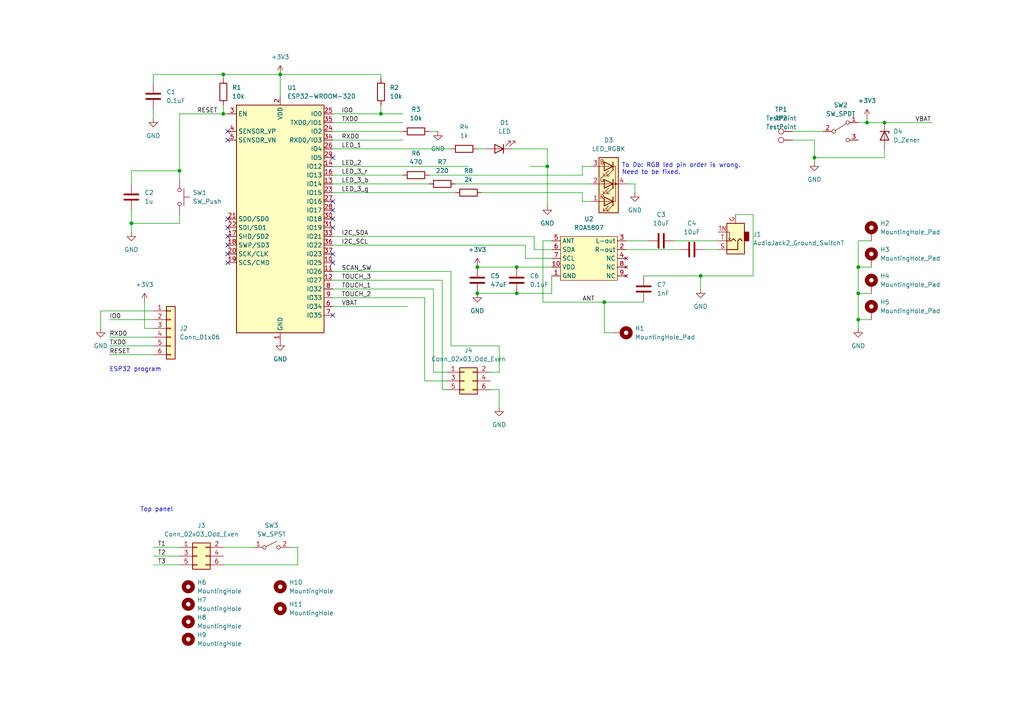
<source format=kicad_sch>
(kicad_sch (version 20211123) (generator eeschema)
  (paper "A4")
  (title_block (title "FM radio for GARAGE SAILING") (date "2022-11-26") (rev "v1.0.0"))
  (lib_symbols
    (symbol "Connector:AudioJack2_Ground_SwitchT"
      (property "Reference" "J" (at 0 8.89 0))
      (property "Value" "AudioJack2_Ground_SwitchT" (at 0 6.35 0))
      (symbol "AudioJack2_Ground_SwitchT_0_1"
        (rectangle (start -2.54 0) (end -3.81 -2.54) (stroke (width 0.254)) (fill (type outline)))
        (polyline (pts (xy 1.778 -0.254) (xy 2.032 -0.762)))
        (polyline (pts (xy 0 0) (xy 0.635 -0.635) (xy 1.27 0) (xy 2.54 0)) (stroke (width 0.254)))
        (polyline (pts (xy 2.54 -2.54) (xy 1.778 -2.54) (xy 1.778 -0.254) (xy 1.524 -0.762)))
        (polyline (pts (xy 2.54 2.54) (xy -0.635 2.54) (xy -0.635 0) (xy -1.27 -0.635) (xy -1.905 0)) (stroke (width 0.254)))
        (rectangle (start 2.54 3.81) (end -2.54 -5.08) (stroke (width 0.254)) (fill (type background)))
      )
      (symbol "AudioJack2_Ground_SwitchT_1_1"
        (pin passive line (at 0 -7.62 90) (length 2.54) (name "~") (number "G"))
        (pin passive line (at 5.08 2.54 180) (length 2.54) (name "~") (number "S"))
        (pin passive line (at 5.08 0 180) (length 2.54) (name "~") (number "T"))
        (pin passive line (at 5.08 -2.54 180) (length 2.54) (name "~") (number "TN"))
      )
    )
    (symbol "Connector:TestPoint" (pin_numbers hide) (pin_names (offset 0.762) hide)
      (property "Reference" "TP" (at 0 6.858 0))
      (property "Value" "TestPoint" (at 0 5.08 0))
      (symbol "TestPoint_0_1"
        (circle (center 0 3.302) (radius 0.762))
      )
      (symbol "TestPoint_1_1"
        (pin passive line (at 0 0 90) (length 2.54) (name "1") (number "1"))
      )
    )
    (symbol "Connector_Generic:Conn_01x06" (pin_names (offset 1.016) hide)
      (property "Reference" "J" (at 0 7.62 0))
      (property "Value" "Conn_01x06" (at 0 -10.16 0))
      (symbol "Conn_01x06_1_1"
        (rectangle (start -1.27 -7.493) (end 0 -7.747) (stroke (width 0.1524)))
        (rectangle (start -1.27 -4.953) (end 0 -5.207) (stroke (width 0.1524)))
        (rectangle (start -1.27 -2.413) (end 0 -2.667) (stroke (width 0.1524)))
        (rectangle (start -1.27 0.127) (end 0 -0.127) (stroke (width 0.1524)))
        (rectangle (start -1.27 2.667) (end 0 2.413) (stroke (width 0.1524)))
        (rectangle (start -1.27 5.207) (end 0 4.953) (stroke (width 0.1524)))
        (rectangle (start -1.27 6.35) (end 1.27 -8.89) (stroke (width 0.254)) (fill (type background)))
        (pin passive line (at -5.08 5.08 0) (length 3.81) (name "Pin_1") (number "1"))
        (pin passive line (at -5.08 2.54 0) (length 3.81) (name "Pin_2") (number "2"))
        (pin passive line (at -5.08 0 0) (length 3.81) (name "Pin_3") (number "3"))
        (pin passive line (at -5.08 -2.54 0) (length 3.81) (name "Pin_4") (number "4"))
        (pin passive line (at -5.08 -5.08 0) (length 3.81) (name "Pin_5") (number "5"))
        (pin passive line (at -5.08 -7.62 0) (length 3.81) (name "Pin_6") (number "6"))
      )
    )
    (symbol "Connector_Generic:Conn_02x03_Odd_Even" (pin_names (offset 1.016) hide)
      (property "Reference" "J" (at 1.27 5.08 0))
      (property "Value" "Conn_02x03_Odd_Even" (at 1.27 -5.08 0))
      (symbol "Conn_02x03_Odd_Even_1_1"
        (rectangle (start -1.27 -2.413) (end 0 -2.667) (stroke (width 0.1524)))
        (rectangle (start -1.27 0.127) (end 0 -0.127) (stroke (width 0.1524)))
        (rectangle (start -1.27 2.667) (end 0 2.413) (stroke (width 0.1524)))
        (rectangle (start -1.27 3.81) (end 3.81 -3.81) (stroke (width 0.254)) (fill (type background)))
        (rectangle (start 3.81 -2.413) (end 2.54 -2.667) (stroke (width 0.1524)))
        (rectangle (start 3.81 0.127) (end 2.54 -0.127) (stroke (width 0.1524)))
        (rectangle (start 3.81 2.667) (end 2.54 2.413) (stroke (width 0.1524)))
        (pin passive line (at -5.08 2.54 0) (length 3.81) (name "Pin_1") (number "1"))
        (pin passive line (at 7.62 2.54 180) (length 3.81) (name "Pin_2") (number "2"))
        (pin passive line (at -5.08 0 0) (length 3.81) (name "Pin_3") (number "3"))
        (pin passive line (at 7.62 0 180) (length 3.81) (name "Pin_4") (number "4"))
        (pin passive line (at -5.08 -2.54 0) (length 3.81) (name "Pin_5") (number "5"))
        (pin passive line (at 7.62 -2.54 180) (length 3.81) (name "Pin_6") (number "6"))
      )
    )
    (symbol "Device:C" (pin_numbers hide) (pin_names (offset 0.254))
      (property "Reference" "C" (at 0.635 2.54 0))
      (property "Value" "C" (at 0.635 -2.54 0))
      (symbol "C_0_1"
        (polyline (pts (xy -2.032 -0.762) (xy 2.032 -0.762)) (stroke (width 0.508)))
        (polyline (pts (xy -2.032 0.762) (xy 2.032 0.762)) (stroke (width 0.508)))
      )
      (symbol "C_1_1"
        (pin passive line (at 0 3.81 270) (length 2.794) (name "~") (number "1"))
        (pin passive line (at 0 -3.81 90) (length 2.794) (name "~") (number "2"))
      )
    )
    (symbol "Device:D_Zener" (pin_numbers hide) (pin_names (offset 1.016) hide)
      (property "Reference" "D" (at 0 2.54 0))
      (property "Value" "D_Zener" (at 0 -2.54 0))
      (symbol "D_Zener_0_1"
        (polyline (pts (xy 1.27 0) (xy -1.27 0)))
        (polyline (pts (xy -1.27 -1.27) (xy -1.27 1.27) (xy -0.762 1.27)) (stroke (width 0.254)))
        (polyline (pts (xy 1.27 -1.27) (xy 1.27 1.27) (xy -1.27 0) (xy 1.27 -1.27)) (stroke (width 0.254)))
      )
      (symbol "D_Zener_1_1"
        (pin passive line (at -3.81 0 0) (length 2.54) (name "K") (number "1"))
        (pin passive line (at 3.81 0 180) (length 2.54) (name "A") (number "2"))
      )
    )
    (symbol "Device:LED" (pin_numbers hide) (pin_names (offset 1.016) hide)
      (property "Reference" "D" (at 0 2.54 0))
      (property "Value" "LED" (at 0 -2.54 0))
      (symbol "LED_0_1"
        (polyline (pts (xy -1.27 -1.27) (xy -1.27 1.27)) (stroke (width 0.254)))
        (polyline (pts (xy -1.27 0) (xy 1.27 0)))
        (polyline (pts (xy 1.27 -1.27) (xy 1.27 1.27) (xy -1.27 0) (xy 1.27 -1.27)) (stroke (width 0.254)))
        (polyline (pts (xy -3.048 -0.762) (xy -4.572 -2.286) (xy -3.81 -2.286) (xy -4.572 -2.286) (xy -4.572 -1.524)))
        (polyline (pts (xy -1.778 -0.762) (xy -3.302 -2.286) (xy -2.54 -2.286) (xy -3.302 -2.286) (xy -3.302 -1.524)))
      )
      (symbol "LED_1_1"
        (pin passive line (at -3.81 0 0) (length 2.54) (name "K") (number "1"))
        (pin passive line (at 3.81 0 180) (length 2.54) (name "A") (number "2"))
      )
    )
    (symbol "Device:LED_RGBK" (pin_names (offset 0) hide)
      (property "Reference" "D" (at 0 9.398 0))
      (property "Value" "LED_RGBK" (at 0 -8.89 0))
      (symbol "LED_RGBK_0_0"
        (text "B" (at 1.905 -6.35 0) (effects (font (size 1.27 1.27))))
        (text "G" (at 1.905 -1.27 0) (effects (font (size 1.27 1.27))))
        (text "R" (at 1.905 3.81 0) (effects (font (size 1.27 1.27))))
      )
      (symbol "LED_RGBK_0_1"
        (circle (center -2.032 0) (radius 0.254) (fill (type outline)))
        (polyline (pts (xy -1.27 -5.08) (xy 1.27 -5.08)))
        (polyline (pts (xy -1.27 -3.81) (xy -1.27 -6.35)) (stroke (width 0.254)))
        (polyline (pts (xy -1.27 0) (xy -2.54 0)))
        (polyline (pts (xy -1.27 1.27) (xy -1.27 -1.27)) (stroke (width 0.254)))
        (polyline (pts (xy -1.27 5.08) (xy 1.27 5.08)))
        (polyline (pts (xy -1.27 6.35) (xy -1.27 3.81)) (stroke (width 0.254)))
        (polyline (pts (xy 1.27 -5.08) (xy 2.54 -5.08)))
        (polyline (pts (xy 1.27 0) (xy -1.27 0)))
        (polyline (pts (xy 1.27 0) (xy 2.54 0)))
        (polyline (pts (xy 1.27 5.08) (xy 2.54 5.08)))
        (polyline (pts (xy -1.27 1.27) (xy -1.27 -1.27) (xy -1.27 -1.27)))
        (polyline (pts (xy -1.27 6.35) (xy -1.27 3.81) (xy -1.27 3.81)))
        (polyline (pts (xy -1.27 5.08) (xy -2.032 5.08) (xy -2.032 -5.08) (xy -1.016 -5.08)))
        (polyline (pts (xy 1.27 -3.81) (xy 1.27 -6.35) (xy -1.27 -5.08) (xy 1.27 -3.81)) (stroke (width 0.254)))
        (polyline (pts (xy 1.27 1.27) (xy 1.27 -1.27) (xy -1.27 0) (xy 1.27 1.27)) (stroke (width 0.254)))
        (polyline (pts (xy 1.27 6.35) (xy 1.27 3.81) (xy -1.27 5.08) (xy 1.27 6.35)) (stroke (width 0.254)))
        (polyline (pts (xy -1.016 -3.81) (xy 0.508 -2.286) (xy -0.254 -2.286) (xy 0.508 -2.286) (xy 0.508 -3.048)))
        (polyline (pts (xy -1.016 1.27) (xy 0.508 2.794) (xy -0.254 2.794) (xy 0.508 2.794) (xy 0.508 2.032)))
        (polyline (pts (xy -1.016 6.35) (xy 0.508 7.874) (xy -0.254 7.874) (xy 0.508 7.874) (xy 0.508 7.112)))
        (polyline (pts (xy 0 -3.81) (xy 1.524 -2.286) (xy 0.762 -2.286) (xy 1.524 -2.286) (xy 1.524 -3.048)))
        (polyline (pts (xy 0 1.27) (xy 1.524 2.794) (xy 0.762 2.794) (xy 1.524 2.794) (xy 1.524 2.032)))
        (polyline (pts (xy 0 6.35) (xy 1.524 7.874) (xy 0.762 7.874) (xy 1.524 7.874) (xy 1.524 7.112)))
        (rectangle (start 1.27 -1.27) (end 1.27 1.27))
        (rectangle (start 1.27 1.27) (end 1.27 1.27))
        (rectangle (start 1.27 3.81) (end 1.27 6.35))
        (rectangle (start 1.27 6.35) (end 1.27 6.35))
        (rectangle (start 2.794 8.382) (end -2.794 -7.62) (stroke (width 0.254)) (fill (type background)))
      )
      (symbol "LED_RGBK_1_1"
        (pin passive line (at 5.08 5.08 180) (length 2.54) (name "RA") (number "1"))
        (pin passive line (at 5.08 0 180) (length 2.54) (name "GA") (number "2"))
        (pin passive line (at 5.08 -5.08 180) (length 2.54) (name "BA") (number "3"))
        (pin passive line (at -5.08 0 0) (length 2.54) (name "K") (number "4"))
      )
    )
    (symbol "Device:R" (pin_numbers hide) (pin_names (offset 0))
      (property "Reference" "R" (at 2.032 0 90))
      (property "Value" "R" (at 0 0 90))
      (symbol "R_0_1"
        (rectangle (start -1.016 -2.54) (end 1.016 2.54) (stroke (width 0.254)))
      )
      (symbol "R_1_1"
        (pin passive line (at 0 3.81 270) (length 1.27) (name "~") (number "1"))
        (pin passive line (at 0 -3.81 90) (length 1.27) (name "~") (number "2"))
      )
    )
    (symbol "FM_radio_esp32:RDA5807"
      (property "Reference" "U" (at 0 13.97 0))
      (property "Value" "RDA5807" (at 0 16.51 0))
      (symbol "RDA5807_0_1"
        (rectangle (start -8.89 12.7) (end 7.62 0) (fill (type background)))
      )
      (symbol "RDA5807_1_1"
        (pin power_in line (at -11.43 1.27 0) (length 2.54) (name "GND") (number "1"))
        (pin power_in line (at -11.43 3.81 0) (length 2.54) (name "VDD") (number "10"))
        (pin output line (at 10.16 8.89 180) (length 2.54) (name "R-out") (number "2"))
        (pin output line (at 10.16 11.43 180) (length 2.54) (name "L-out") (number "3"))
        (pin no_connect line (at 10.16 6.35 180) (length 2.54) (name "NC") (number "4"))
        (pin input line (at -11.43 11.43 0) (length 2.54) (name "ANT") (number "5"))
        (pin tri_state line (at -11.43 8.89 0) (length 2.54) (name "SDA") (number "6"))
        (pin input line (at -11.43 6.35 0) (length 2.54) (name "SCL") (number "7"))
        (pin no_connect line (at 10.16 3.81 180) (length 2.54) (name "NC") (number "8"))
        (pin no_connect line (at 10.16 1.27 180) (length 2.54) (name "NC") (number "9"))
      )
    )
    (symbol "Mechanical:MountingHole" (pin_names (offset 1.016))
      (property "Reference" "H" (at 0 5.08 0))
      (property "Value" "MountingHole" (at 0 3.175 0))
      (symbol "MountingHole_0_1"
        (circle (center 0 0) (radius 1.27) (stroke (width 1.27)))
      )
    )
    (symbol "Mechanical:MountingHole_Pad" (pin_numbers hide) (pin_names (offset 1.016) hide)
      (property "Reference" "H" (at 0 6.35 0))
      (property "Value" "MountingHole_Pad" (at 0 4.445 0))
      (symbol "MountingHole_Pad_0_1"
        (circle (center 0 1.27) (radius 1.27) (stroke (width 1.27)))
      )
      (symbol "MountingHole_Pad_1_1"
        (pin input line (at 0 -2.54 90) (length 2.54) (name "1") (number "1"))
      )
    )
    (symbol "RF_Module:ESP32-WROOM-32D"
      (property "Reference" "U" (at -12.7 34.29 0))
      (property "Value" "ESP32-WROOM-32D" (at 1.27 34.29 0))
      (symbol "ESP32-WROOM-32D_0_1"
        (rectangle (start -12.7 33.02) (end 12.7 -33.02) (stroke (width 0.254)) (fill (type background)))
      )
      (symbol "ESP32-WROOM-32D_1_1"
        (pin power_in line (at 0 -35.56 90) (length 2.54) (name "GND") (number "1"))
        (pin bidirectional line (at 15.24 -12.7 180) (length 2.54) (name "IO25") (number "10"))
        (pin bidirectional line (at 15.24 -15.24 180) (length 2.54) (name "IO26") (number "11"))
        (pin bidirectional line (at 15.24 -17.78 180) (length 2.54) (name "IO27") (number "12"))
        (pin bidirectional line (at 15.24 10.16 180) (length 2.54) (name "IO14") (number "13"))
        (pin bidirectional line (at 15.24 15.24 180) (length 2.54) (name "IO12") (number "14"))
        (pin passive line (at 0 -35.56 90) (length 2.54) hide (name "GND") (number "15"))
        (pin bidirectional line (at 15.24 12.7 180) (length 2.54) (name "IO13") (number "16"))
        (pin bidirectional line (at -15.24 -5.08 0) (length 2.54) (name "SHD/SD2") (number "17"))
        (pin bidirectional line (at -15.24 -7.62 0) (length 2.54) (name "SWP/SD3") (number "18"))
        (pin bidirectional line (at -15.24 -12.7 0) (length 2.54) (name "SCS/CMD") (number "19"))
        (pin power_in line (at 0 35.56 270) (length 2.54) (name "VDD") (number "2"))
        (pin bidirectional line (at -15.24 -10.16 0) (length 2.54) (name "SCK/CLK") (number "20"))
        (pin bidirectional line (at -15.24 0 0) (length 2.54) (name "SDO/SD0") (number "21"))
        (pin bidirectional line (at -15.24 -2.54 0) (length 2.54) (name "SDI/SD1") (number "22"))
        (pin bidirectional line (at 15.24 7.62 180) (length 2.54) (name "IO15") (number "23"))
        (pin bidirectional line (at 15.24 25.4 180) (length 2.54) (name "IO2") (number "24"))
        (pin bidirectional line (at 15.24 30.48 180) (length 2.54) (name "IO0") (number "25"))
        (pin bidirectional line (at 15.24 20.32 180) (length 2.54) (name "IO4") (number "26"))
        (pin bidirectional line (at 15.24 5.08 180) (length 2.54) (name "IO16") (number "27"))
        (pin bidirectional line (at 15.24 2.54 180) (length 2.54) (name "IO17") (number "28"))
        (pin bidirectional line (at 15.24 17.78 180) (length 2.54) (name "IO5") (number "29"))
        (pin input line (at -15.24 30.48 0) (length 2.54) (name "EN") (number "3"))
        (pin bidirectional line (at 15.24 0 180) (length 2.54) (name "IO18") (number "30"))
        (pin bidirectional line (at 15.24 -2.54 180) (length 2.54) (name "IO19") (number "31"))
        (pin no_connect line (at -12.7 -27.94 0) (length 2.54) hide (name "NC") (number "32"))
        (pin bidirectional line (at 15.24 -5.08 180) (length 2.54) (name "IO21") (number "33"))
        (pin bidirectional line (at 15.24 22.86 180) (length 2.54) (name "RXD0/IO3") (number "34"))
        (pin bidirectional line (at 15.24 27.94 180) (length 2.54) (name "TXD0/IO1") (number "35"))
        (pin bidirectional line (at 15.24 -7.62 180) (length 2.54) (name "IO22") (number "36"))
        (pin bidirectional line (at 15.24 -10.16 180) (length 2.54) (name "IO23") (number "37"))
        (pin passive line (at 0 -35.56 90) (length 2.54) hide (name "GND") (number "38"))
        (pin passive line (at 0 -35.56 90) (length 2.54) hide (name "GND") (number "39"))
        (pin input line (at -15.24 25.4 0) (length 2.54) (name "SENSOR_VP") (number "4"))
        (pin input line (at -15.24 22.86 0) (length 2.54) (name "SENSOR_VN") (number "5"))
        (pin input line (at 15.24 -25.4 180) (length 2.54) (name "IO34") (number "6"))
        (pin input line (at 15.24 -27.94 180) (length 2.54) (name "IO35") (number "7"))
        (pin bidirectional line (at 15.24 -20.32 180) (length 2.54) (name "IO32") (number "8"))
        (pin bidirectional line (at 15.24 -22.86 180) (length 2.54) (name "IO33") (number "9"))
      )
    )
    (symbol "Switch:SW_Push" (pin_numbers hide) (pin_names (offset 1.016) hide)
      (property "Reference" "SW" (at 1.27 2.54 0))
      (property "Value" "SW_Push" (at 0 -1.524 0))
      (symbol "SW_Push_0_1"
        (circle (center -2.032 0) (radius 0.508))
        (polyline (pts (xy 0 1.27) (xy 0 3.048)))
        (polyline (pts (xy 2.54 1.27) (xy -2.54 1.27)))
        (circle (center 2.032 0) (radius 0.508))
        (pin passive line (at -5.08 0 0) (length 2.54) (name "1") (number "1"))
        (pin passive line (at 5.08 0 180) (length 2.54) (name "2") (number "2"))
      )
    )
    (symbol "Switch:SW_SPDT" (pin_names (offset 0) hide)
      (property "Reference" "SW" (at 0 4.318 0))
      (property "Value" "SW_SPDT" (at 0 -5.08 0))
      (symbol "SW_SPDT_0_0"
        (circle (center -2.032 0) (radius 0.508))
        (circle (center 2.032 -2.54) (radius 0.508))
      )
      (symbol "SW_SPDT_0_1"
        (polyline (pts (xy -1.524 0.254) (xy 1.651 2.286)))
        (circle (center 2.032 2.54) (radius 0.508))
      )
      (symbol "SW_SPDT_1_1"
        (pin passive line (at 5.08 2.54 180) (length 2.54) (name "A") (number "1"))
        (pin passive line (at -5.08 0 0) (length 2.54) (name "B") (number "2"))
        (pin passive line (at 5.08 -2.54 180) (length 2.54) (name "C") (number "3"))
      )
    )
    (symbol "Switch:SW_SPST" (pin_names (offset 0) hide)
      (property "Reference" "SW" (at 0 3.175 0))
      (property "Value" "SW_SPST" (at 0 -2.54 0))
      (symbol "SW_SPST_0_0"
        (circle (center -2.032 0) (radius 0.508))
        (polyline (pts (xy -1.524 0.254) (xy 1.524 1.778)))
        (circle (center 2.032 0) (radius 0.508))
      )
      (symbol "SW_SPST_1_1"
        (pin passive line (at -5.08 0 0) (length 2.54) (name "A") (number "1"))
        (pin passive line (at 5.08 0 180) (length 2.54) (name "B") (number "2"))
      )
    )
    (symbol "power:+3.3V" (power) (pin_names (offset 0))
      (property "Value" "+3.3V" (at 0 3.556 0))
      (symbol "+3.3V_0_1"
        (polyline (pts (xy -0.762 1.27) (xy 0 2.54)))
        (polyline (pts (xy 0 0) (xy 0 2.54)))
        (polyline (pts (xy 0 2.54) (xy 0.762 1.27)))
      )
      (symbol "+3.3V_1_1"
        (pin power_in line (at 0 0 90) (length 0) hide (name "+3V3") (number "1"))
      )
    )
    (symbol "power:GND" (power) (pin_names (offset 0))
      (property "Value" "GND" (at 0 -3.81 0))
      (symbol "GND_0_1"
        (polyline (pts (xy 0 0) (xy 0 -1.27) (xy 1.27 -1.27) (xy 0 -2.54) (xy -1.27 -1.27) (xy 0 -1.27)))
      )
      (symbol "GND_1_1"
        (pin power_in line (at 0 0 270) (length 0) hide (name "GND") (number "1"))
      )
    )
  )
  (junction (at 52.07 49.53))
  (junction (at 38.1 64.77))
  (junction (at 64.77 33.02))
  (junction (at 256.54 35.56))
  (junction (at 251.46 35.56))
  (junction (at 149.86 77.47))
  (junction (at 248.92 77.47))
  (junction (at 175.26 87.63))
  (junction (at 81.28 21.59))
  (junction (at 236.22 45.72))
  (junction (at 158.75 48.26))
  (junction (at 64.77 21.59))
  (junction (at 248.92 85.09))
  (junction (at 248.92 92.71))
  (junction (at 203.2 80.01))
  (junction (at 138.43 77.47))
  (junction (at 149.86 85.09))
  (junction (at 138.43 85.09))
  (junction (at 110.49 33.02))
  (no_connect (at 66.04 68.58))
  (no_connect (at 66.04 40.64))
  (no_connect (at 66.04 73.66))
  (no_connect (at 66.04 71.12))
  (no_connect (at 66.04 63.5))
  (no_connect (at 66.04 76.2))
  (no_connect (at 66.04 38.1))
  (no_connect (at 66.04 66.04))
  (no_connect (at 96.52 73.66))
  (no_connect (at 96.52 76.2))
  (no_connect (at 96.52 66.04))
  (no_connect (at 96.52 63.5))
  (no_connect (at 96.52 60.96))
  (no_connect (at 96.52 58.42))
  (no_connect (at 96.52 45.72))
  (no_connect (at 96.52 91.44))
  (wire (pts (xy 154.94 72.39) (xy 160.02 72.39)))
  (wire (pts (xy 256.54 43.18) (xy 256.54 45.72)))
  (wire (pts (xy 38.1 49.53) (xy 38.1 53.34)))
  (wire (pts (xy 252.73 69.85) (xy 248.92 69.85)))
  (wire (pts (xy 154.94 68.58) (xy 154.94 72.39)))
  (wire (pts (xy 31.75 97.79) (xy 44.45 97.79)))
  (wire (pts (xy 251.46 34.29) (xy 251.46 35.56)))
  (wire (pts (xy 64.77 21.59) (xy 81.28 21.59)))
  (wire (pts (xy 248.92 35.56) (xy 251.46 35.56)))
  (wire (pts (xy 81.28 21.59) (xy 81.28 27.94)))
  (wire (pts (xy 96.52 48.26) (xy 135.89 48.26)))
  (wire (pts (xy 96.52 81.28) (xy 128.27 81.28)))
  (wire (pts (xy 144.78 113.03) (xy 144.78 118.11)))
  (wire (pts (xy 64.77 21.59) (xy 44.45 21.59)))
  (wire (pts (xy 130.81 78.74) (xy 130.81 100.33)))
  (wire (pts (xy 123.19 110.49) (xy 129.54 110.49)))
  (wire (pts (xy 96.52 38.1) (xy 116.84 38.1)))
  (wire (pts (xy 96.52 88.9) (xy 118.11 88.9)))
  (wire (pts (xy 64.77 163.83) (xy 86.36 163.83)))
  (wire (pts (xy 160.02 80.01) (xy 160.02 85.09)))
  (wire (pts (xy 204.47 72.39) (xy 208.28 72.39)))
  (wire (pts (xy 203.2 80.01) (xy 218.44 80.01)))
  (wire (pts (xy 52.07 49.53) (xy 38.1 49.53)))
  (wire (pts (xy 177.8 96.52) (xy 175.26 96.52)))
  (wire (pts (xy 81.28 21.59) (xy 110.49 21.59)))
  (wire (pts (xy 31.75 100.33) (xy 44.45 100.33)))
  (wire (pts (xy 236.22 45.72) (xy 236.22 46.99)))
  (wire (pts (xy 29.21 90.17) (xy 29.21 95.25)))
  (wire (pts (xy 44.45 161.29) (xy 52.07 161.29)))
  (wire (pts (xy 175.26 87.63) (xy 186.69 87.63)))
  (wire (pts (xy 52.07 49.53) (xy 52.07 52.07)))
  (wire (pts (xy 251.46 35.56) (xy 256.54 35.56)))
  (wire (pts (xy 31.75 102.87) (xy 44.45 102.87)))
  (wire (pts (xy 128.27 81.28) (xy 128.27 113.03)))
  (wire (pts (xy 38.1 64.77) (xy 38.1 67.31)))
  (wire (pts (xy 248.92 69.85) (xy 248.92 77.47)))
  (wire (pts (xy 248.92 92.71) (xy 252.73 92.71)))
  (wire (pts (xy 186.69 80.01) (xy 203.2 80.01)))
  (wire (pts (xy 125.73 107.95) (xy 129.54 107.95)))
  (wire (pts (xy 125.73 107.95) (xy 125.73 83.82)))
  (wire (pts (xy 130.81 100.33) (xy 144.78 100.33)))
  (wire (pts (xy 248.92 85.09) (xy 248.92 92.71)))
  (wire (pts (xy 195.58 69.85) (xy 208.28 69.85)))
  (wire (pts (xy 52.07 33.02) (xy 64.77 33.02)))
  (wire (pts (xy 157.48 87.63) (xy 175.26 87.63)))
  (wire (pts (xy 64.77 30.48) (xy 64.77 33.02)))
  (wire (pts (xy 96.52 40.64) (xy 116.84 40.64)))
  (wire (pts (xy 149.86 77.47) (xy 160.02 77.47)))
  (wire (pts (xy 139.7 55.88) (xy 168.91 55.88)))
  (wire (pts (xy 138.43 43.18) (xy 140.97 43.18)))
  (wire (pts (xy 96.52 53.34) (xy 124.46 53.34)))
  (wire (pts (xy 256.54 35.56) (xy 270.51 35.56)))
  (wire (pts (xy 213.36 62.23) (xy 218.44 62.23)))
  (wire (pts (xy 248.92 92.71) (xy 248.92 95.25)))
  (wire (pts (xy 229.87 38.1) (xy 238.76 38.1)))
  (wire (pts (xy 64.77 158.75) (xy 73.66 158.75)))
  (wire (pts (xy 96.52 68.58) (xy 154.94 68.58)))
  (wire (pts (xy 52.07 33.02) (xy 52.07 49.53)))
  (wire (pts (xy 124.46 38.1) (xy 127 38.1)))
  (wire (pts (xy 110.49 21.59) (xy 110.49 22.86)))
  (wire (pts (xy 152.4 71.12) (xy 152.4 74.93)))
  (wire (pts (xy 86.36 163.83) (xy 86.36 158.75)))
  (wire (pts (xy 44.45 31.75) (xy 44.45 34.29)))
  (wire (pts (xy 149.86 85.09) (xy 160.02 85.09)))
  (wire (pts (xy 64.77 22.86) (xy 64.77 21.59)))
  (wire (pts (xy 248.92 77.47) (xy 248.92 85.09)))
  (wire (pts (xy 41.91 87.63) (xy 41.91 95.25)))
  (wire (pts (xy 158.75 43.18) (xy 158.75 48.26)))
  (wire (pts (xy 96.52 35.56) (xy 116.84 35.56)))
  (wire (pts (xy 160.02 69.85) (xy 157.48 69.85)))
  (wire (pts (xy 181.61 69.85) (xy 187.96 69.85)))
  (wire (pts (xy 96.52 83.82) (xy 125.73 83.82)))
  (wire (pts (xy 181.61 72.39) (xy 196.85 72.39)))
  (wire (pts (xy 148.59 43.18) (xy 158.75 43.18)))
  (wire (pts (xy 142.24 113.03) (xy 144.78 113.03)))
  (wire (pts (xy 128.27 113.03) (xy 129.54 113.03)))
  (wire (pts (xy 168.91 58.42) (xy 171.45 58.42)))
  (wire (pts (xy 153.67 48.26) (xy 158.75 48.26)))
  (wire (pts (xy 218.44 62.23) (xy 218.44 80.01)))
  (wire (pts (xy 157.48 69.85) (xy 157.48 87.63)))
  (wire (pts (xy 124.46 50.8) (xy 168.91 50.8)))
  (wire (pts (xy 144.78 100.33) (xy 144.78 107.95)))
  (wire (pts (xy 229.87 40.64) (xy 236.22 40.64)))
  (wire (pts (xy 168.91 48.26) (xy 171.45 48.26)))
  (wire (pts (xy 38.1 60.96) (xy 38.1 64.77)))
  (wire (pts (xy 96.52 86.36) (xy 123.19 86.36)))
  (wire (pts (xy 184.15 55.88) (xy 184.15 53.34)))
  (wire (pts (xy 31.75 92.71) (xy 44.45 92.71)))
  (wire (pts (xy 160.02 74.93) (xy 152.4 74.93)))
  (wire (pts (xy 168.91 55.88) (xy 168.91 58.42)))
  (wire (pts (xy 52.07 64.77) (xy 38.1 64.77)))
  (wire (pts (xy 168.91 50.8) (xy 168.91 48.26)))
  (wire (pts (xy 248.92 77.47) (xy 252.73 77.47)))
  (wire (pts (xy 52.07 62.23) (xy 52.07 64.77)))
  (wire (pts (xy 110.49 33.02) (xy 116.84 33.02)))
  (wire (pts (xy 256.54 45.72) (xy 236.22 45.72)))
  (wire (pts (xy 96.52 50.8) (xy 116.84 50.8)))
  (wire (pts (xy 203.2 80.01) (xy 203.2 83.82)))
  (wire (pts (xy 44.45 21.59) (xy 44.45 24.13)))
  (wire (pts (xy 86.36 158.75) (xy 83.82 158.75)))
  (wire (pts (xy 110.49 30.48) (xy 110.49 33.02)))
  (wire (pts (xy 175.26 96.52) (xy 175.26 87.63)))
  (wire (pts (xy 132.08 53.34) (xy 171.45 53.34)))
  (wire (pts (xy 96.52 55.88) (xy 132.08 55.88)))
  (wire (pts (xy 96.52 43.18) (xy 130.81 43.18)))
  (wire (pts (xy 158.75 48.26) (xy 158.75 59.69)))
  (wire (pts (xy 236.22 40.64) (xy 236.22 45.72)))
  (wire (pts (xy 64.77 33.02) (xy 66.04 33.02)))
  (wire (pts (xy 248.92 85.09) (xy 252.73 85.09)))
  (wire (pts (xy 138.43 85.09) (xy 149.86 85.09)))
  (wire (pts (xy 44.45 90.17) (xy 29.21 90.17)))
  (wire (pts (xy 44.45 158.75) (xy 52.07 158.75)))
  (wire (pts (xy 96.52 71.12) (xy 152.4 71.12)))
  (wire (pts (xy 138.43 77.47) (xy 149.86 77.47)))
  (wire (pts (xy 44.45 163.83) (xy 52.07 163.83)))
  (wire (pts (xy 184.15 53.34) (xy 181.61 53.34)))
  (wire (pts (xy 96.52 78.74) (xy 130.81 78.74)))
  (wire (pts (xy 123.19 110.49) (xy 123.19 86.36)))
  (wire (pts (xy 96.52 33.02) (xy 110.49 33.02)))
  (wire (pts (xy 44.45 95.25) (xy 41.91 95.25)))
  (wire (pts (xy 144.78 107.95) (xy 142.24 107.95)))
  (text "To Do: RGB led pin order is wrong. \nNeed to be fixed." (at 180.34 50.8 0) (effects (font (size 1.27 1.27)) (justify left bottom)))
  (text "ESP32 program" (at 31.75 107.95 0) (effects (font (size 1.27 1.27)) (justify left bottom)))
  (text "Top panel" (at 40.64 148.59 0) (effects (font (size 1.27 1.27)) (justify left bottom)))
  (label "VBAT" (at 265.43 35.56 0))
  (label "I2C_SDA" (at 99.06 68.58 0))
  (label "IO0" (at 99.06 33.02 0))
  (label "TOUCH_3" (at 99.06 81.28 0))
  (label "LED_3_r" (at 99.06 50.8 0))
  (label "ANT" (at 168.91 87.63 0))
  (label "LED_1" (at 99.06 43.18 0))
  (label "RXD0" (at 99.06 40.64 0))
  (label "RESET" (at 57.15 33.02 0))
  (label "LED_3_b" (at 99.06 53.34 0))
  (label "LED_2" (at 99.06 48.26 0))
  (label "TXD0" (at 99.06 35.56 0))
  (label "IO0" (at 31.75 92.71 0))
  (label "LED_3_g" (at 99.06 55.88 0))
  (label "TOUCH_1" (at 99.06 83.82 0))
  (label "TXD0" (at 31.75 100.33 0))
  (label "TOUCH_2" (at 99.06 86.36 0))
  (label "T3" (at 45.72 163.83 0))
  (label "SCAN_SW" (at 99.06 78.74 0))
  (label "RXD0" (at 31.75 97.79 0))
  (label "T2" (at 45.72 161.29 0))
  (label "VBAT" (at 99.06 88.9 0))
  (label "RESET" (at 31.75 102.87 0))
  (label "T1" (at 45.72 158.75 0))
  (label "I2C_SCL" (at 99.06 71.12 0))
  (symbol (lib_id "power:GND") (at 144.78 118.11 0) (unit 1)
    (property "Reference" "#PWR0101" (effects hide))
    (property "Value" "GND" (at 144.78 123.19 0))
  )
  (symbol (lib_id "Mechanical:MountingHole") (at 54.61 180.34 0) (unit 1)
    (property "Reference" "H8" (at 57.15 179.0699 0) (effects (justify left)))
    (property "Value" "MountingHole" (at 57.15 181.6099 0) (effects (justify left)))
    (property "Footprint" "MountingHole:MountingHole_3.2mm_M3" (effects hide))
  )
  (symbol (lib_id "Device:R") (at 64.77 26.67 0) (unit 1)
    (property "Reference" "R1" (at 67.31 25.3999 0) (effects (justify left)))
    (property "Value" "10k" (at 67.31 27.9399 0) (effects (justify left)))
    (property "Footprint" "Resistor_SMD:R_0603_1608Metric" (effects hide))
  )
  (symbol (lib_id "Mechanical:MountingHole_Pad") (at 252.73 90.17 0) (unit 1)
    (property "Reference" "H5" (at 255.27 87.6299 0) (effects (justify left)))
    (property "Value" "MountingHole_Pad" (at 255.27 90.1699 0) (effects (justify left)))
    (property "Footprint" "MountingHole:MountingHole_3.2mm_M3_Pad" (effects hide))
  )
  (symbol (lib_id "Device:C") (at 138.43 81.28 0) (unit 1)
    (property "Reference" "C5" (at 142.24 80.0099 0) (effects (justify left)))
    (property "Value" "47uF" (at 142.24 82.5499 0) (effects (justify left)))
    (property "Footprint" "Capacitor_SMD:C_1210_3225Metric" (effects hide))
  )
  (symbol (lib_id "Device:C") (at 191.77 69.85 90) (unit 1)
    (property "Reference" "C3" (at 191.77 62.23 90))
    (property "Value" "10uF" (at 191.77 64.77 90))
    (property "Footprint" "Capacitor_SMD:C_0805_2012Metric" (effects hide))
  )
  (symbol (lib_id "Switch:SW_SPDT") (at 243.84 38.1 0) (unit 1)
    (property "Reference" "SW2" (at 243.84 30.48 0))
    (property "Value" "SW_SPDT" (at 243.84 33.02 0))
    (property "Footprint" "FM_radio_esp32:Toggle_Sw_1MS1-T1-B1-M1-Q-N" (effects hide))
  )
  (symbol (lib_id "Connector:AudioJack2_Ground_SwitchT") (at 213.36 69.85 180) (unit 1)
    (property "Reference" "J1" (at 218.44 67.9449 0) (effects (justify right)))
    (property "Value" "AudioJack2_Ground_SwitchT" (at 218.44 70.4849 0) (effects (justify right)))
    (property "Footprint" "FM_radio_esp32:Jack_3.5mm_RS_913-1055" (effects hide))
  )
  (symbol (lib_id "Device:D_Zener") (at 256.54 39.37 270) (unit 1)
    (property "Reference" "D4" (at 259.08 38.0999 90) (effects (justify left)))
    (property "Value" "D_Zener" (at 259.08 40.6399 90) (effects (justify left)))
    (property "Footprint" "Diode_SMD:D_SOD-323" (effects hide))
  )
  (symbol (lib_id "power:GND") (at 236.22 46.99 0) (unit 1)
    (property "Reference" "#PWR0114" (effects hide))
    (property "Value" "GND" (at 236.22 52.07 0))
  )
  (symbol (lib_id "RF_Module:ESP32-WROOM-32D") (at 81.28 63.5 0) (unit 1)
    (property "Reference" "U1" (at 83.2994 25.4 0) (effects (justify left)))
    (property "Value" "ESP32-WROOM-32D" (at 83.2994 27.94 0) (effects (justify left)))
    (property "Footprint" "RF_Module:ESP32-WROOM-32" (effects hide))
    (property "Datasheet" "https://www.espressif.com/sites/default/files/documentation/esp32-wroom-32d_esp32-wroom-32u_datasheet_en.pdf" (effects hide))
  )
  (symbol (lib_id "power:GND") (at 81.28 99.06 0) (unit 1)
    (property "Reference" "#PWR0111" (effects hide))
    (property "Value" "GND" (at 81.28 104.14 0))
  )
  (symbol (lib_id "power:+3.3V") (at 138.43 77.47 0) (unit 1)
    (property "Reference" "#PWR0103" (effects hide))
    (property "Value" "+3.3V" (at 138.43 72.39 0))
  )
  (symbol (lib_id "Device:R") (at 120.65 38.1 90) (unit 1)
    (property "Reference" "R3" (at 120.65 31.75 90))
    (property "Value" "10k" (at 120.65 34.29 90))
    (property "Footprint" "Resistor_SMD:R_0603_1608Metric" (effects hide))
  )
  (symbol (lib_id "power:GND") (at 44.45 34.29 0) (unit 1)
    (property "Reference" "#PWR0110" (effects hide))
    (property "Value" "GND" (at 44.45 39.37 0))
  )
  (symbol (lib_id "power:GND") (at 38.1 67.31 0) (unit 1)
    (property "Reference" "#PWR0109" (effects hide))
    (property "Value" "GND" (at 38.1 72.39 0))
  )
  (symbol (lib_id "Mechanical:MountingHole") (at 81.28 176.53 0) (unit 1)
    (property "Reference" "H11" (at 83.82 175.2599 0) (effects (justify left)))
    (property "Value" "MountingHole" (at 83.82 177.7999 0) (effects (justify left)))
    (property "Footprint" "MountingHole:MountingHole_6.5mm" (effects hide))
  )
  (symbol (lib_id "Connector_Generic:Conn_01x06") (at 49.53 95.25 0) (unit 1)
    (property "Reference" "J2" (at 52.07 95.2499 0) (effects (justify left)))
    (property "Value" "Conn_01x06" (at 52.07 97.7899 0) (effects (justify left)))
    (property "Footprint" "Connector_PinHeader_2.54mm:PinHeader_1x06_P2.54mm_Vertical_SMD_Pin1Left" (effects hide))
  )
  (symbol (lib_id "Device:R") (at 135.89 55.88 90) (unit 1)
    (property "Reference" "R8" (at 135.89 49.53 90))
    (property "Value" "2k" (at 135.89 52.07 90))
    (property "Footprint" "Resistor_SMD:R_0603_1608Metric" (effects hide))
  )
  (symbol (lib_id "Device:C") (at 38.1 57.15 0) (unit 1)
    (property "Reference" "C2" (at 41.91 55.8799 0) (effects (justify left)))
    (property "Value" "1u" (at 41.91 58.4199 0) (effects (justify left)))
    (property "Footprint" "Capacitor_SMD:C_0603_1608Metric" (effects hide))
  )
  (symbol (lib_id "FM_radio_esp32:RDA5807") (at 171.45 81.28 0) (unit 1)
    (property "Reference" "U2" (at 170.815 63.5 0))
    (property "Value" "RDA5807" (at 170.815 66.04 0))
    (property "Footprint" "FM_radio_esp32:RDA5807H" (effects hide))
  )
  (symbol (lib_id "power:GND") (at 248.92 95.25 0) (unit 1)
    (property "Reference" "#PWR0116" (effects hide))
    (property "Value" "GND" (at 248.92 100.33 0))
  )
  (symbol (lib_id "power:+3.3V") (at 81.28 21.59 0) (unit 1)
    (property "Reference" "#PWR0105" (effects hide))
    (property "Value" "+3.3V" (at 81.28 16.51 0))
  )
  (symbol (lib_id "Connector_Generic:Conn_02x03_Odd_Even") (at 57.15 161.29 0) (unit 1)
    (property "Reference" "J3" (at 58.42 152.4 0))
    (property "Value" "Conn_02x03_Odd_Even" (at 58.42 154.94 0))
    (property "Footprint" "Connector_PinHeader_2.54mm:PinHeader_2x03_P2.54mm_Vertical_SMD" (effects hide))
  )
  (symbol (lib_id "Device:R") (at 134.62 43.18 90) (unit 1)
    (property "Reference" "R4" (at 134.62 36.83 90))
    (property "Value" "1k" (at 134.62 39.37 90))
    (property "Footprint" "Resistor_SMD:R_0603_1608Metric" (effects hide))
  )
  (symbol (lib_id "Mechanical:MountingHole_Pad") (at 180.34 96.52 270) (unit 1)
    (property "Reference" "H1" (at 184.15 95.2499 90) (effects (justify left)))
    (property "Value" "MountingHole_Pad" (at 184.15 97.7899 90) (effects (justify left)))
    (property "Footprint" "TestPoint:TestPoint_Keystone_5019_Minature" (effects hide))
  )
  (symbol (lib_id "Device:R") (at 128.27 53.34 90) (unit 1)
    (property "Reference" "R7" (at 128.27 46.99 90))
    (property "Value" "220" (at 128.27 49.53 90))
    (property "Footprint" "Resistor_SMD:R_0603_1608Metric" (effects hide))
  )
  (symbol (lib_id "Connector:TestPoint") (at 229.87 40.64 90) (unit 1)
    (property "Reference" "TP2" (at 226.568 34.29 90))
    (property "Value" "TestPoint" (at 226.568 36.83 90))
    (property "Footprint" "TestPoint:TestPoint_Keystone_5019_Minature" (effects hide))
  )
  (symbol (lib_id "power:GND") (at 158.75 59.69 0) (unit 1)
    (property "Reference" "#PWR0102" (effects hide))
    (property "Value" "GND" (at 158.75 64.77 0))
  )
  (symbol (lib_id "Connector_Generic:Conn_02x03_Odd_Even") (at 134.62 110.49 0) (unit 1)
    (property "Reference" "J4" (at 135.89 101.6 0))
    (property "Value" "Conn_02x03_Odd_Even" (at 135.89 104.14 0))
    (property "Footprint" "Connector_PinSocket_2.54mm:PinSocket_2x03_P2.54mm_Vertical_SMD" (effects hide))
  )
  (symbol (lib_id "Mechanical:MountingHole_Pad") (at 252.73 74.93 0) (unit 1)
    (property "Reference" "H3" (at 255.27 72.3899 0) (effects (justify left)))
    (property "Value" "MountingHole_Pad" (at 255.27 74.9299 0) (effects (justify left)))
    (property "Footprint" "MountingHole:MountingHole_3.2mm_M3_Pad" (effects hide))
  )
  (symbol (lib_id "Device:C") (at 200.66 72.39 90) (unit 1)
    (property "Reference" "C4" (at 200.66 64.77 90))
    (property "Value" "10uF" (at 200.66 67.31 90))
    (property "Footprint" "Capacitor_SMD:C_0805_2012Metric" (effects hide))
  )
  (symbol (lib_id "power:+3.3V") (at 41.91 87.63 0) (unit 1)
    (property "Reference" "#PWR0112" (effects hide))
    (property "Value" "+3.3V" (at 41.91 82.55 0))
  )
  (symbol (lib_id "Mechanical:MountingHole_Pad") (at 252.73 82.55 0) (unit 1)
    (property "Reference" "H4" (at 255.27 80.0099 0) (effects (justify left)))
    (property "Value" "MountingHole_Pad" (at 255.27 82.5499 0) (effects (justify left)))
    (property "Footprint" "MountingHole:MountingHole_3.2mm_M3_Pad" (effects hide))
  )
  (symbol (lib_id "Device:LED") (at 144.78 43.18 180) (unit 1)
    (property "Reference" "D1" (at 146.3675 35.56 0))
    (property "Value" "LED" (at 146.3675 38.1 0))
    (property "Footprint" "FM_radio_esp32:LED_D3.0mm" (effects hide))
  )
  (symbol (lib_id "Mechanical:MountingHole") (at 54.61 170.18 0) (unit 1)
    (property "Reference" "H6" (at 57.15 168.9099 0) (effects (justify left)))
    (property "Value" "MountingHole" (at 57.15 171.4499 0) (effects (justify left)))
    (property "Footprint" "MountingHole:MountingHole_3.2mm_M3" (effects hide))
  )
  (symbol (lib_id "Device:C") (at 149.86 81.28 0) (unit 1)
    (property "Reference" "C6" (at 153.67 80.0099 0) (effects (justify left)))
    (property "Value" "0.1uF" (at 153.67 82.5499 0) (effects (justify left)))
    (property "Footprint" "Capacitor_SMD:C_0603_1608Metric" (effects hide))
  )
  (symbol (lib_id "Device:C") (at 186.69 83.82 0) (unit 1)
    (property "Reference" "C7" (at 190.5 82.5499 0) (effects (justify left)))
    (property "Value" "1nF" (at 190.5 85.0899 0) (effects (justify left)))
    (property "Footprint" "Capacitor_SMD:C_0603_1608Metric" (effects hide))
  )
  (symbol (lib_id "power:+3.3V") (at 251.46 34.29 0) (unit 1)
    (property "Reference" "#PWR0115" (effects hide))
    (property "Value" "+3.3V" (at 251.46 29.21 0))
  )
  (symbol (lib_id "Connector:TestPoint") (at 229.87 38.1 90) (unit 1)
    (property "Reference" "TP1" (at 226.568 31.75 90))
    (property "Value" "TestPoint" (at 226.568 34.29 90))
    (property "Footprint" "TestPoint:TestPoint_Keystone_5019_Minature" (effects hide))
  )
  (symbol (lib_id "power:GND") (at 138.43 85.09 0) (unit 1)
    (property "Reference" "#PWR0104" (effects hide))
    (property "Value" "GND" (at 138.43 90.17 0))
  )
  (symbol (lib_id "Device:R") (at 110.49 26.67 0) (unit 1)
    (property "Reference" "R2" (at 113.03 25.3999 0) (effects (justify left)))
    (property "Value" "10k" (at 113.03 27.9399 0) (effects (justify left)))
    (property "Footprint" "Resistor_SMD:R_0603_1608Metric" (effects hide))
  )
  (symbol (lib_id "Device:C") (at 44.45 27.94 180) (unit 1)
    (property "Reference" "C1" (at 48.26 26.6699 0) (effects (justify right)))
    (property "Value" "0.1uF" (at 48.26 29.2099 0) (effects (justify right)))
    (property "Footprint" "Capacitor_SMD:C_0603_1608Metric" (effects hide))
  )
  (symbol (lib_id "Mechanical:MountingHole") (at 54.61 175.26 0) (unit 1)
    (property "Reference" "H7" (at 57.15 173.9899 0) (effects (justify left)))
    (property "Value" "MountingHole" (at 57.15 176.5299 0) (effects (justify left)))
    (property "Footprint" "MountingHole:MountingHole_3.2mm_M3" (effects hide))
  )
  (symbol (lib_id "power:GND") (at 184.15 55.88 0) (unit 1)
    (property "Reference" "#PWR0107" (effects hide))
    (property "Value" "GND" (at 184.15 60.96 0))
  )
  (symbol (lib_id "Switch:SW_SPST") (at 78.74 158.75 0) (unit 1)
    (property "Reference" "SW3" (at 78.74 152.4 0))
    (property "Value" "SW_SPST" (at 78.74 154.94 0))
    (property "Footprint" "Button_Switch_THT:SW_PUSH-12mm" (effects hide))
  )
  (symbol (lib_id "power:GND") (at 29.21 95.25 0) (unit 1)
    (property "Reference" "#PWR0113" (effects hide))
    (property "Value" "GND" (at 29.21 100.33 0))
  )
  (symbol (lib_id "power:GND") (at 127 38.1 0) (unit 1)
    (property "Reference" "#PWR0106" (effects hide))
    (property "Value" "GND" (at 127 43.18 0))
  )
  (symbol (lib_id "Device:LED_RGBK") (at 176.53 53.34 180) (unit 1)
    (property "Reference" "D3" (at 176.53 40.64 0))
    (property "Value" "LED_RGBK" (at 176.53 43.18 0))
    (property "Footprint" "LED_THT:LED_D5.0mm-4_RGB_Wide_Pins" (effects hide))
  )
  (symbol (lib_id "power:GND") (at 203.2 83.82 0) (unit 1)
    (property "Reference" "#PWR0108" (effects hide))
    (property "Value" "GND" (at 203.2 88.9 0))
  )
  (symbol (lib_id "Mechanical:MountingHole") (at 81.28 170.18 0) (unit 1)
    (property "Reference" "H10" (at 83.82 168.9099 0) (effects (justify left)))
    (property "Value" "MountingHole" (at 83.82 171.4499 0) (effects (justify left)))
    (property "Footprint" "FM_radio_esp32:Hole_8mm" (effects hide))
  )
  (symbol (lib_id "Switch:SW_Push") (at 52.07 57.15 270) (unit 1)
    (property "Reference" "SW1" (at 55.88 55.8799 90) (effects (justify left)))
    (property "Value" "SW_Push" (at 55.88 58.4199 90) (effects (justify left)))
    (property "Footprint" "Button_Switch_SMD:SW_SPST_SKQG_WithoutStem" (effects hide))
  )
  (symbol (lib_id "Device:R") (at 120.65 50.8 90) (unit 1)
    (property "Reference" "R6" (at 120.65 44.45 90))
    (property "Value" "470" (at 120.65 46.99 90))
    (property "Footprint" "Resistor_SMD:R_0603_1608Metric" (effects hide))
  )
  (symbol (lib_id "Mechanical:MountingHole_Pad") (at 252.73 67.31 0) (unit 1)
    (property "Reference" "H2" (at 255.27 64.7699 0) (effects (justify left)))
    (property "Value" "MountingHole_Pad" (at 255.27 67.3099 0) (effects (justify left)))
    (property "Footprint" "MountingHole:MountingHole_3.2mm_M3_Pad" (effects hide))
  )
  (symbol (lib_id "Mechanical:MountingHole") (at 54.61 185.42 0) (unit 1)
    (property "Reference" "H9" (at 57.15 184.1499 0) (effects (justify left)))
    (property "Value" "MountingHole" (at 57.15 186.6899 0) (effects (justify left)))
    (property "Footprint" "MountingHole:MountingHole_3.2mm_M3" (effects hide))
  )
)
</source>
